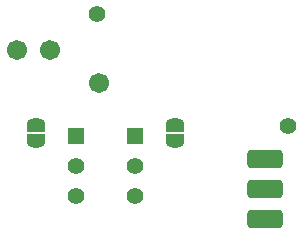
<source format=gbr>
G04 #@! TF.GenerationSoftware,KiCad,Pcbnew,(6.0.6-0)*
G04 #@! TF.CreationDate,2022-09-13T12:01:24-04:00*
G04 #@! TF.ProjectId,DA-15 Board,44412d31-3520-4426-9f61-72642e6b6963,1*
G04 #@! TF.SameCoordinates,Original*
G04 #@! TF.FileFunction,Soldermask,Top*
G04 #@! TF.FilePolarity,Negative*
%FSLAX46Y46*%
G04 Gerber Fmt 4.6, Leading zero omitted, Abs format (unit mm)*
G04 Created by KiCad (PCBNEW (6.0.6-0)) date 2022-09-13 12:01:24*
%MOMM*%
%LPD*%
G01*
G04 APERTURE LIST*
G04 Aperture macros list*
%AMRoundRect*
0 Rectangle with rounded corners*
0 $1 Rounding radius*
0 $2 $3 $4 $5 $6 $7 $8 $9 X,Y pos of 4 corners*
0 Add a 4 corners polygon primitive as box body*
4,1,4,$2,$3,$4,$5,$6,$7,$8,$9,$2,$3,0*
0 Add four circle primitives for the rounded corners*
1,1,$1+$1,$2,$3*
1,1,$1+$1,$4,$5*
1,1,$1+$1,$6,$7*
1,1,$1+$1,$8,$9*
0 Add four rect primitives between the rounded corners*
20,1,$1+$1,$2,$3,$4,$5,0*
20,1,$1+$1,$4,$5,$6,$7,0*
20,1,$1+$1,$6,$7,$8,$9,0*
20,1,$1+$1,$8,$9,$2,$3,0*%
%AMFreePoly0*
4,1,37,0.535921,0.785921,0.550800,0.750000,0.550800,-0.750000,0.535921,-0.785921,0.500000,-0.800800,0.000000,-0.800800,-0.012526,-0.795612,-0.080872,-0.794359,-0.095090,-0.792057,-0.230405,-0.749782,-0.243405,-0.743581,-0.361415,-0.665026,-0.372153,-0.655426,-0.463373,-0.546907,-0.470984,-0.534678,-0.528079,-0.404919,-0.531952,-0.391047,-0.549535,-0.256587,-0.548147,-0.256405,-0.550800,-0.250000,
-0.550800,0.250000,-0.550314,0.251174,-0.550158,0.263925,-0.528347,0.404002,-0.524136,0.417775,-0.463888,0.546100,-0.455980,0.558139,-0.362136,0.664397,-0.351168,0.673732,-0.231273,0.749380,-0.218125,0.755261,-0.081818,0.794218,-0.067547,0.796173,-0.011991,0.795833,0.000000,0.800800,0.500000,0.800800,0.535921,0.785921,0.535921,0.785921,$1*%
%AMFreePoly1*
4,1,37,0.012350,0.795685,0.074215,0.795307,0.088460,0.793178,0.224281,0.752559,0.237356,0.746518,0.356318,0.669411,0.367173,0.659942,0.459711,0.552545,0.467470,0.540411,0.526147,0.411359,0.530190,0.397535,0.550287,0.257202,0.550800,0.250000,0.550800,-0.250000,0.550796,-0.250620,0.550647,-0.262836,0.549947,-0.270644,0.526427,-0.410445,0.522048,-0.424167,0.460236,-0.551746,
0.452182,-0.563686,0.357047,-0.668790,0.345965,-0.677991,0.225155,-0.752168,0.211936,-0.757888,0.075163,-0.795177,0.060870,-0.796957,0.011464,-0.796051,0.000000,-0.800800,-0.500000,-0.800800,-0.535921,-0.785921,-0.550800,-0.750000,-0.550800,0.750000,-0.535921,0.785921,-0.500000,0.800800,0.000000,0.800800,0.012350,0.795685,0.012350,0.795685,$1*%
G04 Aperture macros list end*
%ADD10FreePoly0,270.000000*%
%ADD11FreePoly1,270.000000*%
%ADD12RoundRect,0.425800X1.125000X0.375000X-1.125000X0.375000X-1.125000X-0.375000X1.125000X-0.375000X0*%
%ADD13RoundRect,0.050800X-0.647700X-0.647700X0.647700X-0.647700X0.647700X0.647700X-0.647700X0.647700X0*%
%ADD14C,1.397000*%
%ADD15C,1.701600*%
%ADD16C,1.401600*%
G04 APERTURE END LIST*
D10*
X143570000Y-103180000D03*
D11*
X143570000Y-104480000D03*
D12*
X151200000Y-106031000D03*
X151200000Y-108571000D03*
X151200000Y-111111000D03*
D13*
X140190000Y-104070000D03*
D14*
X140190000Y-106610000D03*
X140190000Y-109150000D03*
D15*
X132990000Y-96790000D03*
X130220000Y-96790000D03*
X137145000Y-99630000D03*
D16*
X153120000Y-103260000D03*
D13*
X135200000Y-104080000D03*
D14*
X135200000Y-106620000D03*
X135200000Y-109160000D03*
D10*
X131810000Y-103170000D03*
D11*
X131810000Y-104470000D03*
D16*
X136950000Y-93740000D03*
M02*

</source>
